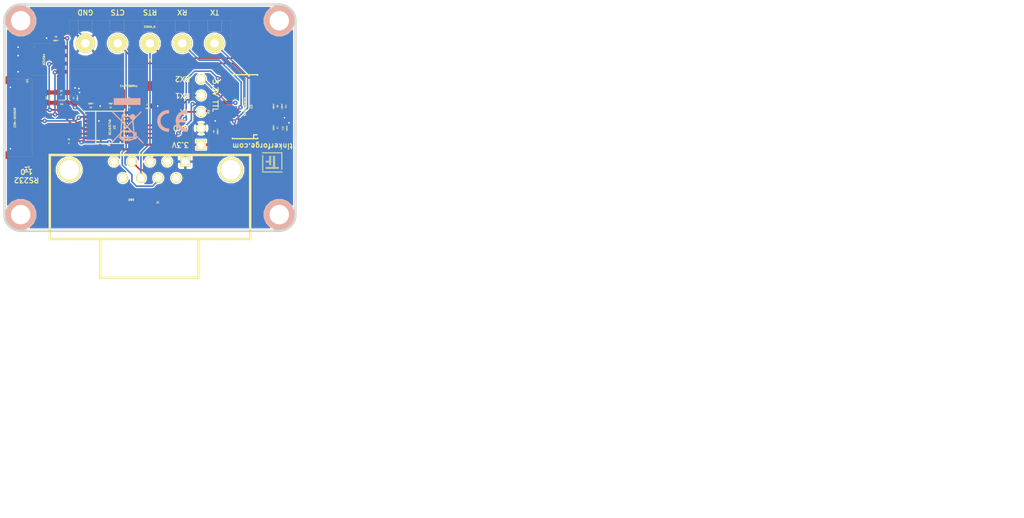
<source format=kicad_pcb>
(kicad_pcb (version 4) (host pcbnew 4.0.2+e4-6225~38~ubuntu15.10.1-stable)
  (title_block (title "Serial Bricklet") (date "5 mar 2015") (rev 1.0) (company "Tinkerforge GmbH") (comment 1 "Licensed under CERN OHL v.1.1") (comment 2 "Copyright (©) 2015, B.Nordmeyer <bastian@tinkerforge.com>"))
  (layers (0 Vorderseite signal) (31 Rückseite signal hide) (34 B.Paste user) (35 F.Paste user) (36 B.SilkS user) (37 F.SilkS user) (38 B.Mask user) (39 F.Mask user) (44 Edge.Cuts user))
  (net 0 "")
  (net 1 GND)
  (net 2 SCL)
  (net 3 SDA)
  (net 4 VCC)
  (net 5 "Net-(C1-Pad2)")
  (net 6 "Net-(C2-Pad2)")
  (net 7 "Net-(C3-Pad1)")
  (net 8 "Net-(C3-Pad2)")
  (net 9 "Net-(C7-Pad1)")
  (net 10 "Net-(C7-Pad2)")
  (net 11 "Net-(C8-Pad1)")
  (net 12 "Net-(C8-Pad2)")
  (net 13 "Net-(C10-Pad2)")
  (net 14 "Net-(C11-Pad2)")
  (net 15 "Net-(J1-Pad2)")
  (net 16 "Net-(J1-Pad3)")
  (net 17 "Net-(J1-Pad4)")
  (net 18 "Net-(J1-Pad5)")
  (net 19 "Net-(J1-Pad6)")
  (net 20 "Net-(J1-Pad7)")
  (net 21 "Net-(J1-Pad8)")
  (net 22 "Net-(J1-Pad9)")
  (net 23 "Net-(P1-Pad1)")
  (net 24 "Net-(P1-Pad6)")
  (net 25 "Net-(P1-Pad7)")
  (net 26 "Net-(P1-Pad8)")
  (net 27 "Net-(P1-Pad9)")
  (net 28 "Net-(P1-Pad10)")
  (net 29 "Net-(P3-Pad3)")
  (net 30 "Net-(P3-Pad4)")
  (net 31 "Net-(P3-Pad5)")
  (net 32 "Net-(U1-Pad7)")
  (net 33 "Net-(U2-Pad4)")
  (net 34 "Net-(U2-Pad10)")
  (net 35 "Net-(U2-Pad11)")
  (module 0603 (layer Vorderseite) (at 141.7 98.8)
    (fp_text reference C1 (at 0.05 0.225) (layer F.SilkS) (effects (font (size 0.2 0.2) (thickness 0.05))))
    (fp_text value 18pF (at 0.05 -0.375) (layer F.SilkS) (effects (font (size 0.2 0.2) (thickness 0.05))))
    (pad 1 smd rect (at -0.8001 0) (size 0.8001 0.8001) (layers Vorderseite F.Paste F.Mask) (net 1 GND))
    (pad 2 smd rect (at 0.8001 0) (size 0.8001 0.8001) (layers Vorderseite F.Paste F.Mask) (net 5 "Net-(C1-Pad2)"))
  )
  (module 0603 (layer Vorderseite) (at 147.5 98.8 180)
    (fp_text reference C2 (at 0.05 0.225 180) (layer F.SilkS) (effects (font (size 0.2 0.2) (thickness 0.05))))
    (fp_text value 18pF (at 0.05 -0.375 180) (layer F.SilkS) (effects (font (size 0.2 0.2) (thickness 0.05))))
    (pad 1 smd rect (at -0.8001 0 180) (size 0.8001 0.8001) (layers Vorderseite F.Paste F.Mask) (net 1 GND))
    (pad 2 smd rect (at 0.8001 0 180) (size 0.8001 0.8001) (layers Vorderseite F.Paste F.Mask) (net 6 "Net-(C2-Pad2)"))
  )
  (module 0603 (layer Vorderseite) (at 132 97.5 270)
    (fp_text reference C3 (at 0.05 0.225 270) (layer F.SilkS) (effects (font (size 0.2 0.2) (thickness 0.05))))
    (fp_text value 100nF (at 0.05 -0.375 270) (layer F.SilkS) (effects (font (size 0.2 0.2) (thickness 0.05))))
    (pad 1 smd rect (at -0.8001 0 270) (size 0.8001 0.8001) (layers Vorderseite F.Paste F.Mask) (net 7 "Net-(C3-Pad1)"))
    (pad 2 smd rect (at 0.8001 0 270) (size 0.8001 0.8001) (layers Vorderseite F.Paste F.Mask) (net 8 "Net-(C3-Pad2)"))
  )
  (module 0603 (layer Vorderseite) (at 136.2 97.5 270)
    (fp_text reference C4 (at 0.05 0.225 270) (layer F.SilkS) (effects (font (size 0.2 0.2) (thickness 0.05))))
    (fp_text value 100nF (at 0.05 -0.375 270) (layer F.SilkS) (effects (font (size 0.2 0.2) (thickness 0.05))))
    (pad 1 smd rect (at -0.8001 0 270) (size 0.8001 0.8001) (layers Vorderseite F.Paste F.Mask) (net 1 GND))
    (pad 2 smd rect (at 0.8001 0 270) (size 0.8001 0.8001) (layers Vorderseite F.Paste F.Mask) (net 4 VCC))
  )
  (module 0603 (layer Vorderseite) (at 138.6 98.8)
    (fp_text reference C5 (at 0.05 0.225) (layer F.SilkS) (effects (font (size 0.2 0.2) (thickness 0.05))))
    (fp_text value 100nF (at 0.05 -0.375) (layer F.SilkS) (effects (font (size 0.2 0.2) (thickness 0.05))))
    (pad 1 smd rect (at -0.8001 0) (size 0.8001 0.8001) (layers Vorderseite F.Paste F.Mask) (net 4 VCC))
    (pad 2 smd rect (at 0.8001 0) (size 0.8001 0.8001) (layers Vorderseite F.Paste F.Mask) (net 1 GND))
  )
  (module 0603 (layer Vorderseite) (at 133.3 88.3 180)
    (fp_text reference C6 (at 0.05 0.225 180) (layer F.SilkS) (effects (font (size 0.2 0.2) (thickness 0.05))))
    (fp_text value 100nF (at 0.05 -0.375 180) (layer F.SilkS) (effects (font (size 0.2 0.2) (thickness 0.05))))
    (pad 1 smd rect (at -0.8001 0 180) (size 0.8001 0.8001) (layers Vorderseite F.Paste F.Mask) (net 4 VCC))
    (pad 2 smd rect (at 0.8001 0 180) (size 0.8001 0.8001) (layers Vorderseite F.Paste F.Mask) (net 1 GND))
  )
  (module 0603 (layer Vorderseite) (at 167.3 102.2 90)
    (fp_text reference C7 (at 0.05 0.225 90) (layer F.SilkS) (effects (font (size 0.2 0.2) (thickness 0.05))))
    (fp_text value 100nF (at 0.05 -0.375 90) (layer F.SilkS) (effects (font (size 0.2 0.2) (thickness 0.05))))
    (pad 1 smd rect (at -0.8001 0 90) (size 0.8001 0.8001) (layers Vorderseite F.Paste F.Mask) (net 9 "Net-(C7-Pad1)"))
    (pad 2 smd rect (at 0.8001 0 90) (size 0.8001 0.8001) (layers Vorderseite F.Paste F.Mask) (net 10 "Net-(C7-Pad2)"))
  )
  (module 0603 (layer Vorderseite) (at 167.3 98.9 90)
    (fp_text reference C8 (at 0.05 0.225 90) (layer F.SilkS) (effects (font (size 0.2 0.2) (thickness 0.05))))
    (fp_text value 100nF (at 0.05 -0.375 90) (layer F.SilkS) (effects (font (size 0.2 0.2) (thickness 0.05))))
    (pad 1 smd rect (at -0.8001 0 90) (size 0.8001 0.8001) (layers Vorderseite F.Paste F.Mask) (net 11 "Net-(C8-Pad1)"))
    (pad 2 smd rect (at 0.8001 0 90) (size 0.8001 0.8001) (layers Vorderseite F.Paste F.Mask) (net 12 "Net-(C8-Pad2)"))
  )
  (module 0603 (layer Vorderseite) (at 157.9 102.7 270)
    (fp_text reference C9 (at 0.05 0.225 270) (layer F.SilkS) (effects (font (size 0.2 0.2) (thickness 0.05))))
    (fp_text value 100nF (at 0.05 -0.375 270) (layer F.SilkS) (effects (font (size 0.2 0.2) (thickness 0.05))))
    (pad 1 smd rect (at -0.8001 0 270) (size 0.8001 0.8001) (layers Vorderseite F.Paste F.Mask) (net 1 GND))
    (pad 2 smd rect (at 0.8001 0 270) (size 0.8001 0.8001) (layers Vorderseite F.Paste F.Mask) (net 4 VCC))
  )
  (module 0603 (layer Vorderseite) (at 168.6 102.2 270)
    (fp_text reference C10 (at 0.05 0.225 270) (layer F.SilkS) (effects (font (size 0.2 0.2) (thickness 0.05))))
    (fp_text value 100nF (at 0.05 -0.375 270) (layer F.SilkS) (effects (font (size 0.2 0.2) (thickness 0.05))))
    (pad 1 smd rect (at -0.8001 0 270) (size 0.8001 0.8001) (layers Vorderseite F.Paste F.Mask) (net 1 GND))
    (pad 2 smd rect (at 0.8001 0 270) (size 0.8001 0.8001) (layers Vorderseite F.Paste F.Mask) (net 13 "Net-(C10-Pad2)"))
  )
  (module 0603 (layer Vorderseite) (at 168.6 98.9 90)
    (fp_text reference C11 (at 0.05 0.225 90) (layer F.SilkS) (effects (font (size 0.2 0.2) (thickness 0.05))))
    (fp_text value 100nF (at 0.05 -0.375 90) (layer F.SilkS) (effects (font (size 0.2 0.2) (thickness 0.05))))
    (pad 1 smd rect (at -0.8001 0 90) (size 0.8001 0.8001) (layers Vorderseite F.Paste F.Mask) (net 1 GND))
    (pad 2 smd rect (at 0.8001 0 90) (size 0.8001 0.8001) (layers Vorderseite F.Paste F.Mask) (net 14 "Net-(C11-Pad2)"))
  )
  (module 0603 (layer Vorderseite) (at 134.1 98.3)
    (fp_text reference FB1 (at 0.05 0.225) (layer F.SilkS) (effects (font (size 0.2 0.2) (thickness 0.05))))
    (fp_text value FILTER (at 0.05 -0.375) (layer F.SilkS) (effects (font (size 0.2 0.2) (thickness 0.05))))
    (pad 1 smd rect (at -0.8001 0) (size 0.8001 0.8001) (layers Vorderseite F.Paste F.Mask) (net 8 "Net-(C3-Pad2)"))
    (pad 2 smd rect (at 0.8001 0) (size 0.8001 0.8001) (layers Vorderseite F.Paste F.Mask) (net 4 VCC))
  )
  (module CON-SENSOR (layer Vorderseite) (at 125.3 100.6 270)
    (fp_text reference P1 (at 7.9502 -3.50012 270) (layer F.SilkS) (effects (font (size 0.59944 0.59944) (thickness 0.12446))))
    (fp_text value CON-SENSOR (at 0 -1.6002 270) (layer F.SilkS) (effects (font (size 0.29972 0.29972) (thickness 0.07112))))
    (pad 1 smd rect (at -4.50088 -4.7752 270) (size 0.59944 1.5494) (layers Vorderseite F.Paste F.Mask) (net 23 "Net-(P1-Pad1)"))
    (pad 2 smd rect (at -3.50012 -4.7752 270) (size 0.59944 1.5494) (layers Vorderseite F.Paste F.Mask) (net 7 "Net-(C3-Pad1)"))
    (pad 3 smd rect (at -2.49936 -4.7752 270) (size 0.59944 1.5494) (layers Vorderseite F.Paste F.Mask) (net 8 "Net-(C3-Pad2)"))
    (pad 4 smd rect (at -1.50114 -4.7752 270) (size 0.59944 1.5494) (layers Vorderseite F.Paste F.Mask) (net 2 SCL))
    (pad 5 smd rect (at -0.50038 -4.7752 270) (size 0.59944 1.5494) (layers Vorderseite F.Paste F.Mask) (net 3 SDA))
    (pad 6 smd rect (at 0.50038 -4.7752 270) (size 0.59944 1.5494) (layers Vorderseite F.Paste F.Mask) (net 24 "Net-(P1-Pad6)"))
    (pad 7 smd rect (at 1.50114 -4.7752 270) (size 0.59944 1.5494) (layers Vorderseite F.Paste F.Mask) (net 25 "Net-(P1-Pad7)"))
    (pad 8 smd rect (at 2.49936 -4.7752 270) (size 0.59944 1.5494) (layers Vorderseite F.Paste F.Mask) (net 26 "Net-(P1-Pad8)"))
    (pad 9 smd rect (at 3.50012 -4.7752 270) (size 0.59944 1.5494) (layers Vorderseite F.Paste F.Mask) (net 27 "Net-(P1-Pad9)"))
    (pad 10 smd rect (at 4.50088 -4.7752 270) (size 0.59944 1.5494) (layers Vorderseite F.Paste F.Mask) (net 28 "Net-(P1-Pad10)"))
    (pad EP smd rect (at -5.79882 -0.89916 270) (size 1.19888 1.80086) (layers Vorderseite F.Paste F.Mask) (net 1 GND))
    (pad EP smd rect (at 5.79882 -0.89916 270) (size 1.19888 1.80086) (layers Vorderseite F.Paste F.Mask) (net 1 GND))
  )
  (module AKL_5_5 (layer Vorderseite) (at 147.8 89.1)
    (fp_text reference P2 (at 0 2.60096) (layer F.SilkS) (effects (font (size 0.3 0.3) (thickness 0.075))))
    (fp_text value CONN_5 (at -0.0508 -2.55016) (layer F.SilkS) (effects (font (size 0.29972 0.29972) (thickness 0.07493))))
    (pad 2 thru_hole circle (at -5 0) (size 2.99974 2.99974) (drill 1.30048) (layers *.Cu *.Mask F.SilkS) (net 20 "Net-(J1-Pad7)"))
    (pad 3 thru_hole circle (at 0 0) (size 2.99974 2.99974) (drill 1.30048) (layers *.Cu *.Mask F.SilkS) (net 21 "Net-(J1-Pad8)"))
    (pad 4 thru_hole circle (at 5 0) (size 2.99974 2.99974) (drill 1.30048) (layers *.Cu *.Mask F.SilkS) (net 17 "Net-(J1-Pad4)"))
    (pad 5 thru_hole circle (at 10 0) (size 2.99974 2.99974) (drill 1.30048) (layers *.Cu *.Mask F.SilkS) (net 16 "Net-(J1-Pad3)"))
    (pad 1 thru_hole circle (at -10 0) (size 2.99974 2.99974) (drill 1.30048) (layers *.Cu *.Mask F.SilkS) (net 1 GND))
  )
  (module 0603 (layer Vorderseite) (at 144.6 98.8)
    (fp_text reference R1 (at 0.05 0.225) (layer F.SilkS) (effects (font (size 0.2 0.2) (thickness 0.05))))
    (fp_text value 1M (at 0.05 -0.375) (layer F.SilkS) (effects (font (size 0.2 0.2) (thickness 0.05))))
    (pad 1 smd rect (at -0.8001 0) (size 0.8001 0.8001) (layers Vorderseite F.Paste F.Mask) (net 5 "Net-(C1-Pad2)"))
    (pad 2 smd rect (at 0.8001 0) (size 0.8001 0.8001) (layers Vorderseite F.Paste F.Mask) (net 6 "Net-(C2-Pad2)"))
  )
  (module 0603 (layer Vorderseite) (at 135.3 104.2 180)
    (fp_text reference R2 (at 0.05 0.225 180) (layer F.SilkS) (effects (font (size 0.2 0.2) (thickness 0.05))))
    (fp_text value 0 (at 0.05 -0.375 180) (layer F.SilkS) (effects (font (size 0.2 0.2) (thickness 0.05))))
    (pad 1 smd rect (at -0.8001 0 180) (size 0.8001 0.8001) (layers Vorderseite F.Paste F.Mask) (net 4 VCC))
    (pad 2 smd rect (at 0.8001 0 180) (size 0.8001 0.8001) (layers Vorderseite F.Paste F.Mask) (net 26 "Net-(P1-Pad8)"))
  )
  (module 0603 (layer Vorderseite) (at 134.1 96.7 180)
    (fp_text reference R3 (at 0.05 0.225 180) (layer F.SilkS) (effects (font (size 0.2 0.2) (thickness 0.05))))
    (fp_text value 0 (at 0.05 -0.375 180) (layer F.SilkS) (effects (font (size 0.2 0.2) (thickness 0.05))))
    (pad 1 smd rect (at -0.8001 0 180) (size 0.8001 0.8001) (layers Vorderseite F.Paste F.Mask) (net 1 GND))
    (pad 2 smd rect (at 0.8001 0 180) (size 0.8001 0.8001) (layers Vorderseite F.Paste F.Mask) (net 7 "Net-(C3-Pad1)"))
  )
  (module SOIC8 (layer Vorderseite) (at 131.4 91.6 270)
    (fp_text reference U1 (at 3.29946 2.60096 270) (layer F.SilkS) (effects (font (size 0.29972 0.29972) (thickness 0.0762))))
    (fp_text value M24C64 (at 0 0 270) (layer F.SilkS) (effects (font (size 0.29972 0.29972) (thickness 0.0762))))
    (pad 1 smd rect (at -1.90246 2.69748 90) (size 0.59944 1.5494) (layers Vorderseite F.Paste F.Mask) (net 1 GND))
    (pad 2 smd rect (at -0.63246 2.69748 90) (size 0.59944 1.5494) (layers Vorderseite F.Paste F.Mask) (net 1 GND))
    (pad 3 smd rect (at 0.63246 2.69748 90) (size 0.59944 1.5494) (layers Vorderseite F.Paste F.Mask) (net 24 "Net-(P1-Pad6)"))
    (pad 4 smd rect (at 1.90246 2.69748 90) (size 0.59944 1.5494) (layers Vorderseite F.Paste F.Mask) (net 1 GND))
    (pad 5 smd rect (at 1.90246 -2.69748 270) (size 0.59944 1.5494) (layers Vorderseite F.Paste F.Mask) (net 3 SDA))
    (pad 6 smd rect (at 0.63246 -2.69748 270) (size 0.59944 1.5494) (layers Vorderseite F.Paste F.Mask) (net 2 SCL))
    (pad 7 smd rect (at -0.63246 -2.69748 270) (size 0.59944 1.5494) (layers Vorderseite F.Paste F.Mask) (net 32 "Net-(U1-Pad7)"))
    (pad 8 smd rect (at -1.90246 -2.69748 270) (size 0.59944 1.5494) (layers Vorderseite F.Paste F.Mask) (net 4 VCC))
  )
  (module TSSOP16 (layer Vorderseite) (at 141.6 102.1 270)
    (fp_text reference U2 (at 0 -0.7 270) (layer F.SilkS) (effects (font (size 0.3 0.3) (thickness 0.075))))
    (fp_text value SC16IS740 (at 0 0 270) (layer F.SilkS) (effects (font (size 0.3 0.3) (thickness 0.075))))
    (pad 1 smd rect (at -2.2733 2.97434 90) (size 0.4191 1.778) (layers Vorderseite F.Paste F.Mask) (net 4 VCC))
    (pad 2 smd rect (at -1.62306 2.97434 90) (size 0.4191 1.778) (layers Vorderseite F.Paste F.Mask) (net 24 "Net-(P1-Pad6)"))
    (pad 3 smd rect (at -0.97282 2.97434 90) (size 0.4191 1.778) (layers Vorderseite F.Paste F.Mask) (net 1 GND))
    (pad 4 smd rect (at -0.32258 2.97434 90) (size 0.4191 1.778) (layers Vorderseite F.Paste F.Mask) (net 33 "Net-(U2-Pad4)"))
    (pad 5 smd rect (at 0.32258 2.97434 90) (size 0.4191 1.778) (layers Vorderseite F.Paste F.Mask) (net 2 SCL))
    (pad 6 smd rect (at 0.97282 2.97434 90) (size 0.4191 1.778) (layers Vorderseite F.Paste F.Mask) (net 3 SDA))
    (pad 7 smd rect (at 1.62306 2.97434 90) (size 0.4191 1.778) (layers Vorderseite F.Paste F.Mask) (net 25 "Net-(P1-Pad7)"))
    (pad 8 smd rect (at 2.2733 2.97434 90) (size 0.4191 1.778) (layers Vorderseite F.Paste F.Mask) (net 4 VCC))
    (pad 9 smd rect (at 2.2733 -2.97434 270) (size 0.4191 1.778) (layers Vorderseite F.Paste F.Mask) (net 1 GND))
    (pad 10 smd rect (at 1.62306 -2.97434 270) (size 0.4191 1.778) (layers Vorderseite F.Paste F.Mask) (net 34 "Net-(U2-Pad10)"))
    (pad 11 smd rect (at 0.97282 -2.97434 270) (size 0.4191 1.778) (layers Vorderseite F.Paste F.Mask) (net 35 "Net-(U2-Pad11)"))
    (pad 12 smd rect (at 0.32258 -2.97434 270) (size 0.4191 1.778) (layers Vorderseite F.Paste F.Mask) (net 29 "Net-(P3-Pad3)"))
    (pad 13 smd rect (at -0.32258 -2.97434 270) (size 0.4191 1.778) (layers Vorderseite F.Paste F.Mask) (net 30 "Net-(P3-Pad4)"))
    (pad 14 smd rect (at -0.97282 -2.97434 270) (size 0.4191 1.778) (layers Vorderseite F.Paste F.Mask) (net 26 "Net-(P1-Pad8)"))
    (pad 15 smd rect (at -1.62306 -2.97434 270) (size 0.4191 1.778) (layers Vorderseite F.Paste F.Mask) (net 5 "Net-(C1-Pad2)"))
    (pad 16 smd rect (at -2.2733 -2.97434 270) (size 0.4191 1.778) (layers Vorderseite F.Paste F.Mask) (net 6 "Net-(C2-Pad2)"))
  )
  (module SOIC16 (layer Vorderseite) (at 162.5 98.9 90)
    (fp_text reference U3 (at 0 1 90) (layer F.SilkS) (effects (font (size 0.3 0.3) (thickness 0.075))))
    (fp_text value SP3232EBCN (at 0 0 90) (layer F.SilkS) (effects (font (size 0.29972 0.29972) (thickness 0.07112))))
    (pad 1 smd rect (at -4.44246 2.69748 270) (size 0.59944 1.4986) (layers Vorderseite F.Paste F.Mask) (net 9 "Net-(C7-Pad1)"))
    (pad 2 smd rect (at -3.17246 2.69748 270) (size 0.59944 1.4986) (layers Vorderseite F.Paste F.Mask) (net 13 "Net-(C10-Pad2)"))
    (pad 3 smd rect (at -1.90246 2.69748 270) (size 0.59944 1.4986) (layers Vorderseite F.Paste F.Mask) (net 10 "Net-(C7-Pad2)"))
    (pad 4 smd rect (at -0.63246 2.69748 270) (size 0.59944 1.4986) (layers Vorderseite F.Paste F.Mask) (net 11 "Net-(C8-Pad1)"))
    (pad 5 smd rect (at 0.63246 2.69748 270) (size 0.59944 1.4986) (layers Vorderseite F.Paste F.Mask) (net 12 "Net-(C8-Pad2)"))
    (pad 6 smd rect (at 1.90246 2.69748 270) (size 0.59944 1.4986) (layers Vorderseite F.Paste F.Mask) (net 14 "Net-(C11-Pad2)"))
    (pad 7 smd rect (at 3.17246 2.69748 270) (size 0.59944 1.4986) (layers Vorderseite F.Paste F.Mask) (net 21 "Net-(J1-Pad8)"))
    (pad 8 smd rect (at 4.44246 2.69748 270) (size 0.59944 1.4986) (layers Vorderseite F.Paste F.Mask) (net 20 "Net-(J1-Pad7)"))
    (pad 9 smd rect (at 4.44246 -2.69748 90) (size 0.59944 1.4986) (layers Vorderseite F.Paste F.Mask) (net 35 "Net-(U2-Pad11)"))
    (pad 10 smd rect (at 3.17246 -2.69748 90) (size 0.59944 1.4986) (layers Vorderseite F.Paste F.Mask) (net 34 "Net-(U2-Pad10)"))
    (pad 11 smd rect (at 1.90246 -2.69748 90) (size 0.59944 1.4986) (layers Vorderseite F.Paste F.Mask) (net 29 "Net-(P3-Pad3)"))
    (pad 12 smd rect (at 0.63246 -2.69748 90) (size 0.59944 1.4986) (layers Vorderseite F.Paste F.Mask) (net 31 "Net-(P3-Pad5)"))
    (pad 13 smd rect (at -0.63246 -2.69748 90) (size 0.59944 1.4986) (layers Vorderseite F.Paste F.Mask) (net 17 "Net-(J1-Pad4)"))
    (pad 14 smd rect (at -1.90246 -2.69748 90) (size 0.59944 1.4986) (layers Vorderseite F.Paste F.Mask) (net 16 "Net-(J1-Pad3)"))
    (pad 15 smd rect (at -3.17246 -2.69748 90) (size 0.59944 1.4986) (layers Vorderseite F.Paste F.Mask) (net 1 GND))
    (pad 16 smd rect (at -4.44246 -2.69748 90) (size 0.59944 1.4986) (layers Vorderseite F.Paste F.Mask) (net 4 VCC))
  )
  (module DRILL_NP (layer Vorderseite) (at 167.8 115.6 90)
    (fp_text reference U4 hide)
    (fp_text value DRILL hide)
    (pad "" np_thru_hole circle (at 0 0 90) (size 2.99974 2.99974) (drill 2.99974) (layers *.Cu *.Mask F.SilkS) (clearance 0.89916))
  )
  (module DRILL_NP (layer Vorderseite) (at 167.8 85.6)
    (fp_text reference U5 hide)
    (fp_text value DRILL hide)
    (pad "" np_thru_hole circle (at 0 0) (size 2.99974 2.99974) (drill 2.99974) (layers *.Cu *.Mask F.SilkS) (clearance 0.89916))
  )
  (module DRILL_NP (layer Vorderseite) (at 127.8 115.6 90)
    (fp_text reference U6 hide)
    (fp_text value DRILL hide)
    (pad "" np_thru_hole circle (at 0 0 90) (size 2.99974 2.99974) (drill 2.99974) (layers *.Cu *.Mask F.SilkS) (clearance 0.89916))
  )
  (module DRILL_NP (layer Vorderseite) (at 127.8 85.6)
    (fp_text reference U7 hide)
    (fp_text value DRILL hide)
    (pad "" np_thru_hole circle (at 0 0) (size 2.99974 2.99974) (drill 2.99974) (layers *.Cu *.Mask F.SilkS) (clearance 0.89916))
  )
  (module HC49_US (layer Vorderseite) (at 144.5 95.7 180)
    (fp_text reference X1 (at 0 -1.89992 180) (layer F.SilkS) (effects (font (size 0.29972 0.29972) (thickness 0.0762))))
    (fp_text value 14.7456Mhz (at 0 0 180) (layer F.SilkS) (effects (font (size 0.29972 0.29972) (thickness 0.0762))))
    (pad 1 smd rect (at -4.24942 0 180) (size 5.4991 1.50114) (layers Vorderseite F.Paste F.Mask) (net 6 "Net-(C2-Pad2)"))
    (pad 2 smd rect (at 4.24942 0 180) (size 5.4991 1.50114) (layers Vorderseite F.Paste F.Mask) (net 5 "Net-(C1-Pad2)"))
  )
  (module pin_array_5x1 (layer Vorderseite) (at 155.7 99.7 90)
    (fp_text reference P3 (at 0 1.2 90) (layer F.SilkS) (effects (font (size 0.3 0.3) (thickness 0.075))))
    (fp_text value CONN_5 hide)
    (pad 1 thru_hole rect (at -5.08 0 90) (size 1.524 1.524) (drill 1.016) (layers *.Cu *.Mask F.SilkS) (net 4 VCC))
    (pad 2 thru_hole circle (at -2.54 0 90) (size 1.524 1.524) (drill 1.016) (layers *.Cu *.Mask F.SilkS) (net 1 GND))
    (pad 3 thru_hole circle (at 0 0 90) (size 1.524 1.524) (drill 1.016) (layers *.Cu *.Mask F.SilkS) (net 29 "Net-(P3-Pad3)"))
    (pad 4 thru_hole circle (at 2.54 0 90) (size 1.524 1.524) (drill 1.016) (layers *.Cu *.Mask F.SilkS) (net 30 "Net-(P3-Pad4)"))
    (pad 5 thru_hole circle (at 5.08 0 90) (size 1.524 1.524) (drill 1.016) (layers *.Cu *.Mask F.SilkS) (net 31 "Net-(P3-Pad5)"))
  )
  (module SUB09-EU (layer Vorderseite) (at 147.8 107.4 180)
    (fp_text reference J1 (at -1.2 -6.3 180) (layer F.SilkS) (effects (font (size 0.3 0.3) (thickness 0.075))))
    (fp_text value DB9 (at 2.9 -5.9 180) (layer F.SilkS) (effects (font (size 0.3 0.3) (thickness 0.075))))
    (pad "" thru_hole circle (at 12.49934 -1.27 180) (size 3.81 3.81) (drill 3.048) (layers *.Cu *.Mask F.SilkS))
    (pad "" thru_hole circle (at -12.49934 -1.27 180) (size 3.81 3.81) (drill 3.048) (layers *.Cu *.Mask F.SilkS))
    (pad 1 thru_hole rect (at -5.461 0 180) (size 1.524 1.524) (drill 1.016) (layers *.Cu *.Mask F.SilkS) (net 1 GND))
    (pad 2 thru_hole circle (at -2.667 0 180) (size 1.524 1.524) (drill 1.016) (layers *.Cu *.Mask F.SilkS) (net 15 "Net-(J1-Pad2)"))
    (pad 3 thru_hole circle (at 0 0 180) (size 1.524 1.524) (drill 1.016) (layers *.Cu *.Mask F.SilkS) (net 16 "Net-(J1-Pad3)"))
    (pad 4 thru_hole circle (at 2.794 0 180) (size 1.524 1.524) (drill 1.016) (layers *.Cu *.Mask F.SilkS) (net 17 "Net-(J1-Pad4)"))
    (pad 5 thru_hole circle (at 5.588 0 180) (size 1.524 1.524) (drill 1.016) (layers *.Cu *.Mask F.SilkS) (net 18 "Net-(J1-Pad5)"))
    (pad 6 thru_hole circle (at -4.064 -2.54 180) (size 1.524 1.524) (drill 1.016) (layers *.Cu *.Mask F.SilkS) (net 19 "Net-(J1-Pad6)"))
    (pad 7 thru_hole circle (at -1.27 -2.54 180) (size 1.524 1.524) (drill 1.016) (layers *.Cu *.Mask F.SilkS) (net 20 "Net-(J1-Pad7)"))
    (pad 8 thru_hole circle (at 1.397 -2.54 180) (size 1.524 1.524) (drill 1.016) (layers *.Cu *.Mask F.SilkS) (net 21 "Net-(J1-Pad8)"))
    (pad 9 thru_hole circle (at 4.191 -2.54 180) (size 1.524 1.524) (drill 1.016) (layers *.Cu *.Mask F.SilkS) (net 22 "Net-(J1-Pad9)"))
  )
  (module Logo_31x31 (layer Vorderseite) (at 168.3 109.1 180)
    (fp_text reference G*** hide)
    (fp_text value Logo_31x31 hide)
  )
  (module Fiducial_Mark (layer Vorderseite) (at 132.8 85.6)
    (fp_text reference Fiducial_Mark hide)
    (fp_text value VAL** hide)
    (pad 1 smd circle (at 0 0) (size 1.00076 1.00076) (layers Vorderseite F.Mask) (clearance 0.65024))
  )
  (module Fiducial_Mark (layer Vorderseite) (at 167.8 110.6)
    (fp_text reference Fiducial_Mark hide)
    (fp_text value VAL** hide)
    (pad 1 smd circle (at 0 0) (size 1.00076 1.00076) (layers Vorderseite F.Mask) (clearance 0.65024))
  )
  (module Fiducial_Mark (layer Vorderseite) (at 162.8 85.6)
    (fp_text reference Fiducial_Mark hide)
    (fp_text value VAL** hide)
    (pad 1 smd circle (at 0 0) (size 1.00076 1.00076) (layers Vorderseite F.Mask) (clearance 0.65024))
  )
  (module WEEE_7mm (layer Rückseite) (at 144.3 101.1 180)
    (fp_text reference VAL hide)
    (fp_text value WEEE_7mm hide)
  )
  (module CE_5mm (layer Rückseite) (at 151.3 101.1)
    (fp_text reference VAL hide)
    (fp_text value CE_5mm hide)
  )
  (gr_text 3.3V (at 153.9 104.8 180) (layer F.SilkS) (effects (font (size 0.8 0.8)) (justify left)))
  (gr_text "3.3V TTL" (at 157.9 97.2 270) (layer F.SilkS) (effects (font (size 0.8 0.8))))
  (gr_text RX2 (at 154.1 94.6 180) (layer F.SilkS) (effects (font (size 0.8 0.8)) (justify left)))
  (gr_text RX1 (at 154.1 97.2 180) (layer F.SilkS) (effects (font (size 0.8 0.8)) (justify left)))
  (gr_text TX (at 153.9 99.7 180) (layer F.SilkS) (effects (font (size 0.8 0.8)) (justify left)))
  (gr_text GND (at 153.9 102.2 180) (layer F.SilkS) (effects (font (size 0.8 0.8)) (justify left)))
  (gr_text TX (at 157.8 84.3 180) (layer F.SilkS) (effects (font (size 0.8 0.8))))
  (gr_text RX (at 152.8 84.3 180) (layer F.SilkS) (effects (font (size 0.8 0.8))))
  (gr_text RTS (at 147.8 84.3 180) (layer F.SilkS) (effects (font (size 0.8 0.8))))
  (gr_text CTS (at 142.8 84.3 180) (layer F.SilkS) (effects (font (size 0.8 0.8))))
  (gr_text GND (at 137.8 84.3 180) (layer F.SilkS) (effects (font (size 0.8 0.8))))
  (gr_line (start 170.3 85.6) (end 170.3 115.6) (angle 90) (layer Edge.Cuts) (width 0.381))
  (gr_line (start 127.8 83.1) (end 167.8 83.1) (angle 90) (layer Edge.Cuts) (width 0.381))
  (gr_line (start 125.3 115.6) (end 125.3 85.6) (angle 90) (layer Edge.Cuts) (width 0.381))
  (gr_line (start 167.8 118.1) (end 127.8 118.1) (angle 90) (layer Edge.Cuts) (width 0.381))
  (gr_arc (start 167.8 115.6) (end 170.3 115.6) (angle 90) (layer Edge.Cuts) (width 0.381))
  (gr_arc (start 167.8 85.6) (end 167.8 83.1) (angle 90) (layer Edge.Cuts) (width 0.381))
  (gr_arc (start 127.8 85.6) (end 125.3 85.6) (angle 90) (layer Edge.Cuts) (width 0.381))
  (gr_arc (start 127.8 115.6) (end 127.8 118.1) (angle 90) (layer Edge.Cuts) (width 0.381))
  (gr_text tinkerforge.com (at 165.2 105 180) (layer F.SilkS) (effects (font (size 0.8001 0.8001) (thickness 0.14986))))
  (gr_text "RS232\n1.0" (at 128.7 109.6 180) (layer F.SilkS) (effects (font (size 0.8001 0.8001) (thickness 0.14986))))
  (segment (start 136.2 96.6999) (end 136.2001 96.6999) (width 0.35052) (layer Vorderseite) (net 1))
  (segment (start 136.2001 96.6999) (end 136.8 96.1) (width 0.35052) (layer Vorderseite) (net 1))
  (via (at 136.8 96.1) (size 0.70104) (layers Vorderseite Rückseite) (net 1))
  (segment (start 140.2 105.4) (end 140.8 105.4) (width 0.249) (layer Rückseite) (net 1))
  (segment (start 126.2 105.4) (end 140.2 105.4) (width 0.249) (layer Rückseite) (net 1))
  (segment (start 126.2 95.9) (end 126.2 94.7) (width 0.249) (layer Rückseite) (net 1))
  (segment (start 126.2 94.7) (end 127.4 93.5) (width 0.249) (layer Rückseite) (net 1))
  (segment (start 126.2 105.4) (end 126.2 95.9) (width 0.249) (layer Rückseite) (net 1))
  (segment (start 126.19916 95.89916) (end 126.2 95.9) (width 0.249) (layer Vorderseite) (net 1))
  (via (at 126.2 95.9) (size 0.70104) (layers Vorderseite Rückseite) (net 1))
  (segment (start 126.19916 94.80118) (end 126.19916 95.89916) (width 0.249) (layer Vorderseite) (net 1))
  (segment (start 126.19916 105.40084) (end 126.2 105.4) (width 0.249) (layer Vorderseite) (net 1))
  (via (at 126.2 105.4) (size 0.70104) (layers Vorderseite Rückseite) (net 1))
  (segment (start 126.19916 105.40084) (end 126.19916 106.39882) (width 0.249) (layer Vorderseite) (net 1))
  (segment (start 127.4 91) (end 127.1 91) (width 0.249) (layer Rückseite) (net 1))
  (segment (start 127.1 91) (end 126.6 91.5) (width 0.249) (layer Rückseite) (net 1))
  (segment (start 126.6 91.5) (end 126.6 92.7) (width 0.249) (layer Rückseite) (net 1))
  (segment (start 126.6 92.7) (end 127.4 93.5) (width 0.249) (layer Rückseite) (net 1))
  (segment (start 127.40246 93.50246) (end 127.4 93.5) (width 0.249) (layer Vorderseite) (net 1))
  (segment (start 127.40246 93.50246) (end 128.70252 93.50246) (width 0.249) (layer Vorderseite) (net 1))
  (via (at 127.4 93.5) (size 0.70104) (layers Vorderseite Rückseite) (net 1))
  (segment (start 127.4 89.7) (end 127.4 91) (width 0.249) (layer Rückseite) (net 1))
  (segment (start 127.43246 90.96754) (end 127.4 91) (width 0.249) (layer Vorderseite) (net 1))
  (via (at 127.4 91) (size 0.70104) (layers Vorderseite Rückseite) (net 1))
  (segment (start 127.43246 90.96754) (end 128.70252 90.96754) (width 0.249) (layer Vorderseite) (net 1))
  (segment (start 131.8 88.3) (end 128.8 88.3) (width 0.249) (layer Rückseite) (net 1))
  (segment (start 127.40246 89.69754) (end 127.4 89.7) (width 0.249) (layer Vorderseite) (net 1))
  (via (at 127.4 89.7) (size 0.70104) (layers Vorderseite Rückseite) (net 1))
  (segment (start 128.70252 89.69754) (end 127.40246 89.69754) (width 0.249) (layer Vorderseite) (net 1))
  (via (at 131.8 88.3) (size 0.70104) (layers Vorderseite Rückseite) (net 1))
  (segment (start 131.8 88.3) (end 132.4999 88.3) (width 0.249) (layer Vorderseite) (net 1))
  (segment (start 128.8 88.3) (end 127.4 89.7) (width 0.249) (layer Rückseite) (net 1))
  (segment (start 136.1999 96.7) (end 136.2 96.6999) (width 0.59944) (layer Vorderseite) (net 1))
  (segment (start 134.9001 96.7) (end 136.1999 96.7) (width 0.59944) (layer Vorderseite) (net 1))
  (via (at 136.2 96) (size 0.70104) (layers Vorderseite Rückseite) (net 1))
  (segment (start 136.2 96.6999) (end 136.2 96) (width 0.59944) (layer Vorderseite) (net 1))
  (segment (start 168.6 100.6) (end 168.6 101.3999) (width 0.59944) (layer Vorderseite) (net 1))
  (segment (start 168.6 99.7001) (end 168.6 100.6) (width 0.59944) (layer Vorderseite) (net 1))
  (segment (start 169.2999 101.3999) (end 169.3 101.4) (width 0.59944) (layer Vorderseite) (net 1))
  (via (at 169.3 101.4) (size 0.70104) (layers Vorderseite Rückseite) (net 1))
  (segment (start 168.6 101.3999) (end 169.2999 101.3999) (width 0.59944) (layer Vorderseite) (net 1))
  (segment (start 158.72754 102.07246) (end 158.55498 101.8999) (width 0.5) (layer Vorderseite) (net 1))
  (segment (start 158.55498 101.8999) (end 157.9 101.8999) (width 0.5) (layer Vorderseite) (net 1))
  (segment (start 159.80252 102.07246) (end 158.72754 102.07246) (width 0.5) (layer Vorderseite) (net 1))
  (segment (start 140.1 98.8) (end 139.4001 98.8) (width 0.249) (layer Vorderseite) (net 1))
  (segment (start 140.8999 98.8) (end 140.1 98.8) (width 0.249) (layer Vorderseite) (net 1))
  (segment (start 157.9 101.8999) (end 157.9 101.1) (width 0.5) (layer Vorderseite) (net 1))
  (via (at 157.9 101.1) (size 0.70104) (layers Vorderseite Rückseite) (net 1))
  (via (at 168.6 100.6) (size 0.70104) (layers Vorderseite Rückseite) (net 1))
  (segment (start 143.2267 104.3733) (end 143.2 104.4) (width 0.5) (layer Vorderseite) (net 1))
  (via (at 143.2 104.4) (size 0.70104) (layers Vorderseite Rückseite) (net 1))
  (segment (start 143.2267 104.3733) (end 144.57434 104.3733) (width 0.5) (layer Vorderseite) (net 1))
  (segment (start 142.2 105.4) (end 142.212 105.388) (width 0.249) (layer Rückseite) (net 1))
  (segment (start 140.8 105.4) (end 142.2 105.4) (width 0.249) (layer Rückseite) (net 1))
  (segment (start 142.212 105.388) (end 143.2 104.4) (width 0.249) (layer Rückseite) (net 1))
  (segment (start 139.87282 101.12718) (end 138.62566 101.12718) (width 0.25) (layer Vorderseite) (net 1))
  (via (at 139.9 101.1) (size 0.70104) (layers Vorderseite Rückseite) (net 1))
  (segment (start 139.87282 101.12718) (end 139.9 101.1) (width 0.25) (layer Vorderseite) (net 1))
  (segment (start 143.2 104.4) (end 139.9 101.1) (width 0.249) (layer Rückseite) (net 1))
  (segment (start 139.9 99) (end 140.1 98.8) (width 0.249) (layer Rückseite) (net 1))
  (via (at 140.1 98.8) (size 0.70104) (layers Vorderseite Rückseite) (net 1))
  (segment (start 139.9 101.1) (end 139.9 99) (width 0.249) (layer Rückseite) (net 1))
  (segment (start 139 98.8) (end 136.9 96.7) (width 0.249) (layer Rückseite) (net 1))
  (segment (start 136.8999 96.6999) (end 136.2 96.6999) (width 0.59944) (layer Vorderseite) (net 1))
  (via (at 136.9 96.7) (size 0.70104) (layers Vorderseite Rückseite) (net 1))
  (segment (start 136.8999 96.6999) (end 136.9 96.7) (width 0.59944) (layer Vorderseite) (net 1))
  (segment (start 140.1 98.8) (end 139 98.8) (width 0.249) (layer Rückseite) (net 1))
  (segment (start 168.6 100.9) (end 167.5 102) (width 0.25) (layer Rückseite) (net 1))
  (segment (start 167.5 102) (end 158.8 102) (width 0.25) (layer Rückseite) (net 1))
  (segment (start 158.8 102) (end 157.9 101.1) (width 0.25) (layer Rückseite) (net 1))
  (segment (start 168.6 100.6) (end 168.6 100.9) (width 0.25) (layer Rückseite) (net 1))
  (segment (start 156.84 101.1) (end 155.7 102.24) (width 0.25) (layer Rückseite) (net 1))
  (segment (start 157.9 101.1) (end 156.84 101.1) (width 0.25) (layer Rückseite) (net 1))
  (segment (start 149 102.2) (end 150.7 103.9) (width 0.25) (layer Rückseite) (net 1))
  (segment (start 150.7 103.9) (end 154.04 103.9) (width 0.25) (layer Rückseite) (net 1))
  (segment (start 154.04 103.9) (end 155.7 102.24) (width 0.25) (layer Rückseite) (net 1))
  (segment (start 148.3001 98.8) (end 149 98.8) (width 0.25) (layer Vorderseite) (net 1))
  (via (at 149 98.8) (size 0.70104) (layers Vorderseite Rückseite) (net 1))
  (segment (start 149 98.8) (end 149 102.2) (width 0.25) (layer Rückseite) (net 1))
  (segment (start 153.261 104.679) (end 154.04 103.9) (width 0.25) (layer Rückseite) (net 1))
  (segment (start 153.261 107.4) (end 153.261 104.679) (width 0.25) (layer Rückseite) (net 1))
  (segment (start 153.261 111.039) (end 151.6 112.7) (width 0.25) (layer Rückseite) (net 1))
  (segment (start 151.6 112.7) (end 143.7 112.7) (width 0.25) (layer Rückseite) (net 1))
  (segment (start 143.7 112.7) (end 140 109) (width 0.25) (layer Rückseite) (net 1))
  (segment (start 140 109) (end 140 106.2) (width 0.25) (layer Rückseite) (net 1))
  (segment (start 140 106.2) (end 140.8 105.4) (width 0.25) (layer Rückseite) (net 1))
  (segment (start 153.261 107.4) (end 153.261 111.039) (width 0.25) (layer Rückseite) (net 1))
  (segment (start 132.8 87.3) (end 131.8 88.3) (width 0.25) (layer Rückseite) (net 1))
  (segment (start 136.7 87.3) (end 132.8 87.3) (width 0.25) (layer Rückseite) (net 1))
  (segment (start 137.8 88.4) (end 136.7 87.3) (width 0.25) (layer Rückseite) (net 1))
  (segment (start 137.8 89.1) (end 137.8 88.4) (width 0.25) (layer Rückseite) (net 1))
  (via (at 132.3 99.4) (size 0.70104) (layers Vorderseite Rückseite) (net 2))
  (segment (start 134.09748 92.23246) (end 132.26754 92.23246) (width 0.249) (layer Vorderseite) (net 2))
  (segment (start 132.2 92.3) (end 132.26754 92.23246) (width 0.249) (layer Vorderseite) (net 2))
  (via (at 132.2 92.3) (size 0.70104) (layers Vorderseite Rückseite) (net 2))
  (segment (start 132.2 99.3) (end 132.2 92.3) (width 0.249) (layer Rückseite) (net 2))
  (segment (start 132.2 99.3) (end 132.3 99.4) (width 0.249) (layer Rückseite) (net 2))
  (segment (start 134.5 99.4) (end 132.3 99.4) (width 0.249) (layer Vorderseite) (net 2))
  (segment (start 132.3 99.4) (end 131.6 99.4) (width 0.249) (layer Vorderseite) (net 2))
  (segment (start 131.29886 99.09886) (end 130.0752 99.09886) (width 0.249) (layer Vorderseite) (net 2))
  (segment (start 131.6 99.4) (end 131.29886 99.09886) (width 0.249) (layer Vorderseite) (net 2))
  (segment (start 137.52258 102.42258) (end 134.5 99.4) (width 0.25) (layer Vorderseite) (net 2))
  (segment (start 138.62566 102.42258) (end 137.52258 102.42258) (width 0.25) (layer Vorderseite) (net 2))
  (via (at 133.1 100.09962) (size 0.70104) (layers Vorderseite Rückseite) (net 3))
  (segment (start 134.09748 93.50246) (end 133.19754 93.50246) (width 0.249) (layer Vorderseite) (net 3))
  (segment (start 133.1 93.6) (end 133.19754 93.50246) (width 0.249) (layer Vorderseite) (net 3))
  (via (at 133.1 93.6) (size 0.70104) (layers Vorderseite Rückseite) (net 3))
  (segment (start 133.1 96.3) (end 133.1 93.6) (width 0.249) (layer Rückseite) (net 3))
  (segment (start 133.1 96.3) (end 133.1 100.09962) (width 0.249) (layer Rückseite) (net 3))
  (segment (start 134.19962 100.09962) (end 137.17282 103.07282) (width 0.25) (layer Vorderseite) (net 3))
  (segment (start 137.17282 103.07282) (end 138.62566 103.07282) (width 0.25) (layer Vorderseite) (net 3))
  (segment (start 130.0752 100.09962) (end 133.1 100.09962) (width 0.25) (layer Vorderseite) (net 3))
  (segment (start 133.1 100.09962) (end 134.19962 100.09962) (width 0.25) (layer Vorderseite) (net 3))
  (segment (start 135 88.3) (end 134.1001 88.3) (width 0.249) (layer Vorderseite) (net 4))
  (segment (start 134.09748 89.69754) (end 134.09748 88.30262) (width 0.249) (layer Vorderseite) (net 4))
  (segment (start 134.09748 88.30262) (end 134.1001 88.3) (width 0.249) (layer Vorderseite) (net 4))
  (via (at 141.5 104.4) (size 0.70104) (layers Vorderseite Rückseite) (net 4))
  (segment (start 141.5 104.4) (end 137.2 104.4) (width 0.35052) (layer Rückseite) (net 4))
  (segment (start 146.2 105.5) (end 142.6 105.5) (width 0.35052) (layer Vorderseite) (net 4))
  (segment (start 142.6 105.5) (end 141.5 104.4) (width 0.35052) (layer Vorderseite) (net 4))
  (segment (start 136.2 99) (end 136.1 99) (width 0.249) (layer Rückseite) (net 4))
  (via (at 135 88.3) (size 0.70104) (layers Vorderseite Rückseite) (net 4))
  (segment (start 135 97.9) (end 135 88.3) (width 0.249) (layer Rückseite) (net 4))
  (segment (start 136.1 99) (end 135 97.9) (width 0.249) (layer Rückseite) (net 4))
  (segment (start 136.1999 98.3) (end 136.2 98.3001) (width 0.59944) (layer Vorderseite) (net 4))
  (segment (start 134.9001 98.3) (end 136.1999 98.3) (width 0.59944) (layer Vorderseite) (net 4))
  (segment (start 137.2001 98.3001) (end 136.2 98.3001) (width 0.35052) (layer Vorderseite) (net 4))
  (segment (start 137.7 98.8) (end 137.2001 98.3001) (width 0.35052) (layer Vorderseite) (net 4))
  (segment (start 137.7999 98.8) (end 137.7 98.8) (width 0.25) (layer Vorderseite) (net 4))
  (segment (start 137.7999 99.3999) (end 137.7999 98.8) (width 0.25) (layer Vorderseite) (net 4))
  (segment (start 138.2267 99.8267) (end 137.7999 99.3999) (width 0.25) (layer Vorderseite) (net 4))
  (segment (start 138.62566 99.8267) (end 138.2267 99.8267) (width 0.25) (layer Vorderseite) (net 4))
  (segment (start 137.2267 104.3733) (end 138.62566 104.3733) (width 0.25) (layer Vorderseite) (net 4))
  (segment (start 137.2267 104.3733) (end 137.2 104.4) (width 0.25) (layer Vorderseite) (net 4))
  (segment (start 137 104.2) (end 137.2 104.4) (width 0.25) (layer Vorderseite) (net 4))
  (segment (start 136.1001 104.2) (end 137 104.2) (width 0.25) (layer Vorderseite) (net 4))
  (segment (start 136.5 99) (end 137.6 100.1) (width 0.35052) (layer Rückseite) (net 4))
  (segment (start 136.2 99) (end 136.5 99) (width 0.25) (layer Rückseite) (net 4))
  (segment (start 137.6 104) (end 137.2 104.4) (width 0.35052) (layer Rückseite) (net 4))
  (segment (start 137.6 100.1) (end 137.6 104) (width 0.35052) (layer Rückseite) (net 4))
  (via (at 137.2 104.4) (size 0.70104) (layers Vorderseite Rückseite) (net 4))
  (segment (start 136.2 98.3001) (end 136.2 99) (width 0.59944) (layer Vorderseite) (net 4))
  (via (at 136.2 99) (size 0.70104) (layers Vorderseite Rückseite) (net 4))
  (segment (start 158.9999 103.5001) (end 157.9 103.5001) (width 0.5) (layer Vorderseite) (net 4))
  (segment (start 159.15754 103.34246) (end 158.9999 103.5001) (width 0.5) (layer Vorderseite) (net 4))
  (segment (start 159.80252 103.34246) (end 159.15754 103.34246) (width 0.5) (layer Vorderseite) (net 4))
  (segment (start 156.6201 104.78) (end 157.9 103.5001) (width 0.35052) (layer Vorderseite) (net 4))
  (segment (start 155.7 104.78) (end 156.6201 104.78) (width 0.35052) (layer Vorderseite) (net 4))
  (segment (start 146.92 104.78) (end 146.2 105.5) (width 0.35052) (layer Vorderseite) (net 4))
  (segment (start 155.7 104.78) (end 146.92 104.78) (width 0.35052) (layer Vorderseite) (net 4))
  (segment (start 143.7999 98.8) (end 143.7999 96.3999) (width 0.25) (layer Vorderseite) (net 5))
  (segment (start 143.1 95.7) (end 140.25058 95.7) (width 0.25) (layer Vorderseite) (net 5))
  (segment (start 143.7999 96.3999) (end 143.1 95.7) (width 0.25) (layer Vorderseite) (net 5))
  (segment (start 142.8 98.8) (end 142.5001 98.8) (width 0.25) (layer Vorderseite) (net 5))
  (segment (start 143.67694 100.47694) (end 143.3 100.1) (width 0.25) (layer Vorderseite) (net 5))
  (segment (start 143.3 100.1) (end 143.3 99.3) (width 0.25) (layer Vorderseite) (net 5))
  (segment (start 143.3 99.3) (end 142.8 98.8) (width 0.25) (layer Vorderseite) (net 5))
  (segment (start 144.57434 100.47694) (end 143.67694 100.47694) (width 0.25) (layer Vorderseite) (net 5))
  (segment (start 143.7999 98.8) (end 142.5001 98.8) (width 0.25) (layer Vorderseite) (net 5))
  (segment (start 145.4001 98.8) (end 145.4001 96.2999) (width 0.25) (layer Vorderseite) (net 6))
  (segment (start 145.4001 96.2999) (end 146 95.7) (width 0.25) (layer Vorderseite) (net 6))
  (segment (start 146 95.7) (end 148.74942 95.7) (width 0.25) (layer Vorderseite) (net 6))
  (segment (start 145.4001 99.3999) (end 145.4001 98.8) (width 0.25) (layer Vorderseite) (net 6))
  (segment (start 144.9733 99.8267) (end 145.4001 99.3999) (width 0.25) (layer Vorderseite) (net 6))
  (segment (start 144.57434 99.8267) (end 144.9733 99.8267) (width 0.25) (layer Vorderseite) (net 6))
  (segment (start 145.4001 98.8) (end 146.6999 98.8) (width 0.25) (layer Vorderseite) (net 6))
  (segment (start 131.10012 97.09988) (end 131.5001 96.6999) (width 0.59944) (layer Vorderseite) (net 7))
  (segment (start 131.5001 96.6999) (end 132 96.6999) (width 0.59944) (layer Vorderseite) (net 7))
  (segment (start 130.0752 97.09988) (end 131.10012 97.09988) (width 0.59944) (layer Vorderseite) (net 7))
  (segment (start 133.2998 96.6999) (end 133.2999 96.7) (width 0.59944) (layer Vorderseite) (net 7))
  (segment (start 132 96.6999) (end 133.2998 96.6999) (width 0.59944) (layer Vorderseite) (net 7))
  (segment (start 131.80054 98.10064) (end 132 98.3001) (width 0.59944) (layer Vorderseite) (net 8))
  (segment (start 130.0752 98.10064) (end 131.80054 98.10064) (width 0.59944) (layer Vorderseite) (net 8))
  (segment (start 133.2998 98.3001) (end 133.2999 98.3) (width 0.59944) (layer Vorderseite) (net 8))
  (segment (start 132 98.3001) (end 133.2998 98.3001) (width 0.59944) (layer Vorderseite) (net 8))
  (segment (start 166.95764 103.34246) (end 167.3 103.0001) (width 0.59944) (layer Vorderseite) (net 9))
  (segment (start 165.19748 103.34246) (end 166.95764 103.34246) (width 0.59944) (layer Vorderseite) (net 9))
  (segment (start 166.30246 100.80246) (end 166.8999 101.3999) (width 0.59944) (layer Vorderseite) (net 10))
  (segment (start 166.8999 101.3999) (end 167.3 101.3999) (width 0.59944) (layer Vorderseite) (net 10))
  (segment (start 165.19748 100.80246) (end 166.30246 100.80246) (width 0.59944) (layer Vorderseite) (net 10))
  (segment (start 166.33246 99.53246) (end 166.5001 99.7001) (width 0.59944) (layer Vorderseite) (net 11))
  (segment (start 166.5001 99.7001) (end 167.3 99.7001) (width 0.59944) (layer Vorderseite) (net 11))
  (segment (start 165.19748 99.53246) (end 166.33246 99.53246) (width 0.59944) (layer Vorderseite) (net 11))
  (segment (start 166.73246 98.26754) (end 165.19748 98.26754) (width 0.59944) (layer Vorderseite) (net 12))
  (segment (start 166.9001 98.0999) (end 166.73246 98.26754) (width 0.59944) (layer Vorderseite) (net 12))
  (segment (start 167.3 98.0999) (end 166.9001 98.0999) (width 0.59944) (layer Vorderseite) (net 12))
  (segment (start 168.6 102.7) (end 168.6 103.0001) (width 0.29972) (layer Vorderseite) (net 13))
  (segment (start 165.97246 102.07246) (end 166.1 102.2) (width 0.5) (layer Vorderseite) (net 13))
  (segment (start 166.1 102.2) (end 168.1 102.2) (width 0.5) (layer Vorderseite) (net 13))
  (segment (start 168.1 102.2) (end 168.6 102.7) (width 0.5) (layer Vorderseite) (net 13))
  (segment (start 165.19748 102.07246) (end 165.97246 102.07246) (width 0.5) (layer Vorderseite) (net 13))
  (segment (start 168.6 97.7) (end 168.6 98.0999) (width 0.59944) (layer Vorderseite) (net 14))
  (segment (start 167.89754 96.99754) (end 168.6 97.7) (width 0.59944) (layer Vorderseite) (net 14))
  (segment (start 165.19748 96.99754) (end 167.89754 96.99754) (width 0.59944) (layer Vorderseite) (net 14))
  (segment (start 160.9 101.3) (end 160.9 103.7) (width 0.25) (layer Vorderseite) (net 16))
  (segment (start 160.9 103.7) (end 159.9 104.7) (width 0.25) (layer Vorderseite) (net 16))
  (segment (start 159.9 104.7) (end 158.2 104.7) (width 0.25) (layer Vorderseite) (net 16))
  (segment (start 149.1 106.1) (end 147.8 107.4) (width 0.25) (layer Vorderseite) (net 16))
  (segment (start 160.40246 100.80246) (end 160.9 101.3) (width 0.25) (layer Vorderseite) (net 16))
  (segment (start 156.8 106.1) (end 158.2 104.7) (width 0.25) (layer Vorderseite) (net 16))
  (segment (start 149.1 106.1) (end 156.8 106.1) (width 0.25) (layer Vorderseite) (net 16))
  (via (at 160.8 101.2) (size 0.70104) (layers Vorderseite Rückseite) (net 16))
  (segment (start 160.8 101.2) (end 162.9 99.1) (width 0.25) (layer Rückseite) (net 16))
  (segment (start 162.9 99.1) (end 162.9 94.2) (width 0.25) (layer Rückseite) (net 16))
  (segment (start 162.9 94.2) (end 157.8 89.1) (width 0.25) (layer Rückseite) (net 16))
  (segment (start 160.40246 100.80246) (end 160.8 101.2) (width 0.25) (layer Vorderseite) (net 16))
  (segment (start 159.80252 100.80246) (end 160.40246 100.80246) (width 0.25) (layer Vorderseite) (net 16))
  (segment (start 160.63246 99.53246) (end 161.5 100.4) (width 0.25) (layer Vorderseite) (net 17))
  (segment (start 161.5 100.4) (end 161.5 103.9) (width 0.25) (layer Vorderseite) (net 17))
  (segment (start 161.5 103.9) (end 160.2 105.2) (width 0.25) (layer Vorderseite) (net 17))
  (segment (start 160.2 105.2) (end 158.5 105.2) (width 0.25) (layer Vorderseite) (net 17))
  (segment (start 158.5 105.2) (end 155 108.7) (width 0.25) (layer Vorderseite) (net 17))
  (segment (start 155 108.7) (end 146.306 108.7) (width 0.25) (layer Vorderseite) (net 17))
  (segment (start 146.306 108.7) (end 145.006 107.4) (width 0.25) (layer Vorderseite) (net 17))
  (segment (start 159.80252 99.53246) (end 160.63246 99.53246) (width 0.25) (layer Vorderseite) (net 17))
  (segment (start 161.26754 99.53246) (end 161.8 99) (width 0.25) (layer Vorderseite) (net 17))
  (via (at 161.8 99) (size 0.70104) (layers Vorderseite Rückseite) (net 17))
  (segment (start 161.8 99) (end 161.9 98.9) (width 0.25) (layer Rückseite) (net 17))
  (segment (start 161.9 98.9) (end 161.9 95.1) (width 0.25) (layer Rückseite) (net 17))
  (segment (start 161.9 95.1) (end 158.5 91.7) (width 0.25) (layer Rückseite) (net 17))
  (segment (start 158.5 91.7) (end 155.4 91.7) (width 0.25) (layer Rückseite) (net 17))
  (segment (start 155.4 91.7) (end 152.8 89.1) (width 0.25) (layer Rückseite) (net 17))
  (segment (start 159.80252 99.53246) (end 161.26754 99.53246) (width 0.25) (layer Vorderseite) (net 17))
  (segment (start 162.95754 94.45754) (end 160.7 92.2) (width 0.25) (layer Vorderseite) (net 20))
  (segment (start 160.7 92.2) (end 145.9 92.2) (width 0.25) (layer Vorderseite) (net 20))
  (segment (start 145.9 92.2) (end 142.8 89.1) (width 0.25) (layer Vorderseite) (net 20))
  (segment (start 165.19748 94.45754) (end 162.95754 94.45754) (width 0.25) (layer Vorderseite) (net 20))
  (segment (start 144.1 90.4) (end 142.8 89.1) (width 0.25) (layer Rückseite) (net 20))
  (segment (start 144.1 105.4) (end 144.1 90.4) (width 0.25) (layer Rückseite) (net 20))
  (segment (start 143.5 106) (end 144.1 105.4) (width 0.25) (layer Rückseite) (net 20))
  (segment (start 143.5 107.9) (end 143.5 106) (width 0.25) (layer Rückseite) (net 20))
  (segment (start 145 109.4) (end 143.5 107.9) (width 0.25) (layer Rückseite) (net 20))
  (segment (start 145 110.5) (end 145 109.4) (width 0.25) (layer Rückseite) (net 20))
  (segment (start 145.7 111.2) (end 145 110.5) (width 0.25) (layer Rückseite) (net 20))
  (segment (start 148.2 111.2) (end 145.7 111.2) (width 0.25) (layer Rückseite) (net 20))
  (segment (start 149.07 110.33) (end 148.2 111.2) (width 0.25) (layer Rückseite) (net 20))
  (segment (start 149.07 109.94) (end 149.07 110.33) (width 0.25) (layer Rückseite) (net 20))
  (segment (start 166.47246 95.72754) (end 166.7 95.5) (width 0.25) (layer Vorderseite) (net 21))
  (segment (start 166.7 95.5) (end 166.7 93.9) (width 0.25) (layer Vorderseite) (net 21))
  (segment (start 166.7 93.9) (end 164.2 91.4) (width 0.25) (layer Vorderseite) (net 21))
  (segment (start 164.2 91.4) (end 150.1 91.4) (width 0.25) (layer Vorderseite) (net 21))
  (segment (start 150.1 91.4) (end 147.8 89.1) (width 0.25) (layer Vorderseite) (net 21))
  (segment (start 165.19748 95.72754) (end 166.47246 95.72754) (width 0.25) (layer Vorderseite) (net 21))
  (segment (start 147.8 104.6) (end 146.403 105.997) (width 0.25) (layer Rückseite) (net 21))
  (segment (start 146.403 105.997) (end 146.403 109.94) (width 0.25) (layer Rückseite) (net 21))
  (segment (start 147.8 89.1) (end 147.8 104.6) (width 0.25) (layer Rückseite) (net 21))
  (segment (start 130.0752 101.10038) (end 129.10038 101.10038) (width 0.249) (layer Vorderseite) (net 24))
  (segment (start 129.53246 92.23246) (end 128.70252 92.23246) (width 0.249) (layer Vorderseite) (net 24))
  (segment (start 130.1 92.8) (end 129.53246 92.23246) (width 0.249) (layer Vorderseite) (net 24))
  (segment (start 130.1 94.1) (end 130.1 92.8) (width 0.249) (layer Vorderseite) (net 24))
  (segment (start 128.4 95.8) (end 130.1 94.1) (width 0.249) (layer Vorderseite) (net 24))
  (segment (start 128.4 100.4) (end 128.4 95.8) (width 0.249) (layer Vorderseite) (net 24))
  (segment (start 129.10038 101.10038) (end 128.4 100.4) (width 0.249) (layer Vorderseite) (net 24))
  (segment (start 136.92306 100.47694) (end 136.8 100.6) (width 0.25) (layer Vorderseite) (net 24))
  (via (at 136.8 100.6) (size 0.70104) (layers Vorderseite Rückseite) (net 24))
  (segment (start 136.8 100.6) (end 136.3 101.1) (width 0.25) (layer Rückseite) (net 24))
  (segment (start 136.3 101.1) (end 131.5 101.1) (width 0.25) (layer Rückseite) (net 24))
  (via (at 131.5 101.1) (size 0.70104) (layers Vorderseite Rückseite) (net 24))
  (segment (start 131.5 101.1) (end 131.49962 101.10038) (width 0.25) (layer Vorderseite) (net 24))
  (segment (start 131.49962 101.10038) (end 130.0752 101.10038) (width 0.25) (layer Vorderseite) (net 24))
  (segment (start 138.62566 100.47694) (end 136.92306 100.47694) (width 0.25) (layer Vorderseite) (net 24))
  (segment (start 137.12306 103.72306) (end 135.50114 102.10114) (width 0.25) (layer Vorderseite) (net 25))
  (segment (start 135.50114 102.10114) (end 130.0752 102.10114) (width 0.25) (layer Vorderseite) (net 25))
  (segment (start 138.62566 103.72306) (end 137.12306 103.72306) (width 0.25) (layer Vorderseite) (net 25))
  (segment (start 141.77282 101.12718) (end 140.2 102.7) (width 0.25) (layer Vorderseite) (net 26))
  (segment (start 140.2 102.7) (end 140.2 104.6) (width 0.25) (layer Vorderseite) (net 26))
  (segment (start 140.2 104.6) (end 139.5 105.3) (width 0.25) (layer Vorderseite) (net 26))
  (segment (start 139.5 105.3) (end 135.5999 105.3) (width 0.25) (layer Vorderseite) (net 26))
  (segment (start 135.5999 105.3) (end 134.4999 104.2) (width 0.25) (layer Vorderseite) (net 26))
  (segment (start 144.57434 101.12718) (end 141.77282 101.12718) (width 0.25) (layer Vorderseite) (net 26))
  (segment (start 133.9 104.2) (end 132.79936 103.09936) (width 0.25) (layer Vorderseite) (net 26))
  (segment (start 132.79936 103.09936) (end 130.0752 103.09936) (width 0.25) (layer Vorderseite) (net 26))
  (segment (start 134.4999 104.2) (end 133.9 104.2) (width 0.25) (layer Vorderseite) (net 26))
  (segment (start 156.4 99.7) (end 155.7 99.7) (width 0.25) (layer Vorderseite) (net 29))
  (segment (start 159.10246 96.99754) (end 156.4 99.7) (width 0.25) (layer Vorderseite) (net 29))
  (segment (start 159.80252 96.99754) (end 159.10246 96.99754) (width 0.25) (layer Vorderseite) (net 29))
  (segment (start 152.8 99.7) (end 150.07742 102.42258) (width 0.25) (layer Vorderseite) (net 29))
  (segment (start 150.07742 102.42258) (end 144.57434 102.42258) (width 0.25) (layer Vorderseite) (net 29))
  (segment (start 155.7 99.7) (end 152.8 99.7) (width 0.25) (layer Vorderseite) (net 29))
  (segment (start 154.24 97.16) (end 149.62258 101.77742) (width 0.25) (layer Vorderseite) (net 30))
  (segment (start 149.62258 101.77742) (end 144.57434 101.77742) (width 0.25) (layer Vorderseite) (net 30))
  (segment (start 155.7 97.16) (end 154.24 97.16) (width 0.25) (layer Vorderseite) (net 30))
  (segment (start 160.96754 98.26754) (end 159.80252 98.26754) (width 0.25) (layer Vorderseite) (net 31))
  (segment (start 161 98.3) (end 160.96754 98.26754) (width 0.25) (layer Vorderseite) (net 31))
  (via (at 161 98.3) (size 0.70104) (layers Vorderseite Rückseite) (net 31))
  (segment (start 159.7 98.3) (end 161 98.3) (width 0.25) (layer Rückseite) (net 31))
  (segment (start 156.02 94.62) (end 159.7 98.3) (width 0.25) (layer Rückseite) (net 31))
  (segment (start 155.7 94.62) (end 156.02 94.62) (width 0.25) (layer Rückseite) (net 31))
  (segment (start 151.47694 103.72306) (end 144.57434 103.72306) (width 0.25) (layer Vorderseite) (net 34))
  (segment (start 152.2 103) (end 151.47694 103.72306) (width 0.25) (layer Vorderseite) (net 34))
  (via (at 152.2 103) (size 0.70104) (layers Vorderseite Rückseite) (net 34))
  (segment (start 154.2 101) (end 152.2 103) (width 0.25) (layer Rückseite) (net 34))
  (segment (start 154.2 98.7) (end 154.2 101) (width 0.25) (layer Rückseite) (net 34))
  (segment (start 154.4 98.5) (end 154.2 98.7) (width 0.25) (layer Rückseite) (net 34))
  (via (at 154.4 98.5) (size 0.70104) (layers Vorderseite Rückseite) (net 34))
  (segment (start 156.6 98.5) (end 154.4 98.5) (width 0.25) (layer Vorderseite) (net 34))
  (segment (start 159.37246 95.72754) (end 156.6 98.5) (width 0.25) (layer Vorderseite) (net 34))
  (segment (start 159.80252 95.72754) (end 159.37246 95.72754) (width 0.25) (layer Vorderseite) (net 34))
  (segment (start 150.92718 103.07282) (end 153.2 100.8) (width 0.25) (layer Vorderseite) (net 35))
  (via (at 153.2 100.8) (size 0.70104) (layers Vorderseite Rückseite) (net 35))
  (segment (start 153.2 100.8) (end 153.4 100.6) (width 0.25) (layer Rückseite) (net 35))
  (segment (start 153.4 100.6) (end 153.4 94.7) (width 0.25) (layer Rückseite) (net 35))
  (segment (start 153.4 94.7) (end 154.7 93.4) (width 0.25) (layer Rückseite) (net 35))
  (segment (start 154.7 93.4) (end 157.2 93.4) (width 0.25) (layer Rückseite) (net 35))
  (segment (start 157.2 93.4) (end 158.3 94.5) (width 0.25) (layer Rückseite) (net 35))
  (via (at 158.3 94.5) (size 0.70104) (layers Vorderseite Rückseite) (net 35))
  (segment (start 158.3 94.5) (end 158.34246 94.45754) (width 0.25) (layer Vorderseite) (net 35))
  (segment (start 158.34246 94.45754) (end 159.80252 94.45754) (width 0.25) (layer Vorderseite) (net 35))
  (segment (start 144.57434 103.07282) (end 150.92718 103.07282) (width 0.25) (layer Vorderseite) (net 35))
  (zone (net 1) (net_name GND) (layer Rückseite) (connect_pads (clearance 0.1778)) (min_thickness 0.1778) (fill yes (arc_segments 16) (thermal_gap 0.381) (thermal_bridge_width 0.381))
    (polygon (pts (xy 125.3 83.1) (xy 170.3 83.1) (xy 170.3 118.1) (xy 125.3 118.1)))
  )
)
</source>
